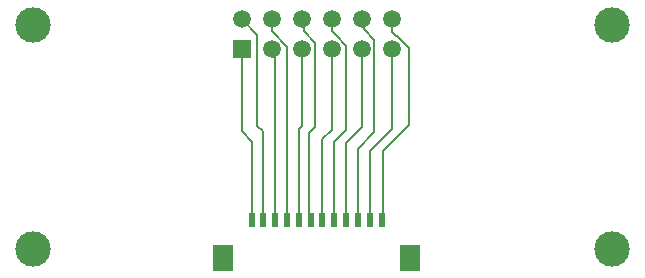
<source format=gbl>
G04*
G04 #@! TF.GenerationSoftware,Altium Limited,Altium Designer,23.9.2 (47)*
G04*
G04 Layer_Physical_Order=2*
G04 Layer_Color=16711680*
%FSLAX44Y44*%
%MOMM*%
G71*
G04*
G04 #@! TF.SameCoordinates,BDA42284-3A0F-4055-A59D-1AE2AF1CB793*
G04*
G04*
G04 #@! TF.FilePolarity,Positive*
G04*
G01*
G75*
%ADD19C,0.2040*%
%ADD20C,3.0000*%
%ADD21C,1.5000*%
%ADD22R,1.5000X1.5000*%
%ADD23R,0.6000X1.3000*%
%ADD24R,1.8000X2.2000*%
D19*
X308100Y224840D02*
X310057Y222883D01*
Y215943D02*
Y222883D01*
Y215943D02*
X319000Y207000D01*
Y129000D02*
Y207000D01*
X325000Y54541D02*
X326000Y55541D01*
Y113000D01*
X348000Y135000D01*
X337874Y210000D02*
X348000Y199874D01*
X333500Y213500D02*
X337000Y210000D01*
X337874D01*
X348000Y135000D02*
Y199874D01*
X333500Y213500D02*
Y224840D01*
X315000Y54541D02*
Y113000D01*
X315000Y54541D02*
X315000Y54541D01*
Y113000D02*
X333500Y131500D01*
Y199440D01*
X305000Y54541D02*
Y115000D01*
X319000Y129000D01*
X295000Y120000D02*
X308100Y133100D01*
X295000Y54541D02*
Y120000D01*
X308100Y133100D02*
Y199440D01*
X295000Y131000D02*
Y202074D01*
X285000Y121000D02*
X295000Y131000D01*
X285000Y54541D02*
Y121000D01*
X287074Y210000D02*
X295000Y202074D01*
X282700Y214300D02*
X287000Y210000D01*
X287074D01*
X282700Y214300D02*
Y224840D01*
X275000Y123137D02*
X282700Y130837D01*
X275000Y54541D02*
Y123137D01*
X282700Y130837D02*
Y199440D01*
X255000Y132000D02*
X257300Y134300D01*
X255000Y54541D02*
Y132000D01*
X257300Y134300D02*
Y199440D01*
X264000Y55541D02*
Y128000D01*
Y55541D02*
X265000Y54541D01*
X264000Y128000D02*
X269000Y133000D01*
Y204816D01*
X259537Y214280D02*
Y222603D01*
X257300Y224840D02*
X259537Y222603D01*
Y214280D02*
X269000Y204816D01*
X231994Y214280D02*
X245000Y201274D01*
Y54541D02*
Y201274D01*
X231900Y224840D02*
X231994Y224746D01*
Y214280D02*
Y224746D01*
X234380Y192385D02*
Y196960D01*
Y192385D02*
X235000Y191765D01*
X231900Y199440D02*
X234380Y196960D01*
X235000Y54541D02*
Y191765D01*
X215000Y54541D02*
Y121000D01*
X206500Y129500D02*
Y199440D01*
Y129500D02*
X215000Y121000D01*
X225000Y54541D02*
Y129521D01*
X220000Y134521D02*
X225000Y129521D01*
X220000Y134521D02*
Y211340D01*
X206500Y224840D02*
X220000Y211340D01*
D20*
X30000Y30000D02*
D03*
X520000D02*
D03*
Y220000D02*
D03*
X30000D02*
D03*
D21*
X333500Y224840D02*
D03*
X308100D02*
D03*
X282700D02*
D03*
X257300D02*
D03*
X231900D02*
D03*
X206500D02*
D03*
X333500Y199440D02*
D03*
X308100D02*
D03*
X282700D02*
D03*
X257300D02*
D03*
X231900D02*
D03*
D22*
X206500D02*
D03*
D23*
X215000Y54541D02*
D03*
X225000D02*
D03*
X235000D02*
D03*
X245000D02*
D03*
X275000D02*
D03*
X255000D02*
D03*
X265000D02*
D03*
X325000D02*
D03*
X315000D02*
D03*
X305000D02*
D03*
X285000D02*
D03*
X295000D02*
D03*
D24*
X349000Y22041D02*
D03*
X191000D02*
D03*
M02*

</source>
